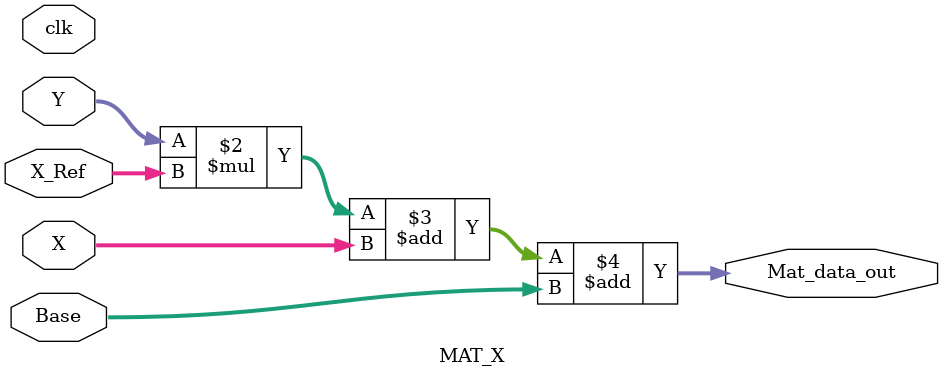
<source format=v>
module MAT_X
    (input clk,
    input [15:0] X_Ref, 
    input [15:0] X,
    input [15:0] Base, 
    input [15:0] Y,
    output reg [15:0] Mat_data_out
    );
    


     always @(*)
        begin
            Mat_data_out <= Y*X_Ref + X+Base;
            //$display("Mat addres :",Mat_data_out);
        end
endmodule

</source>
